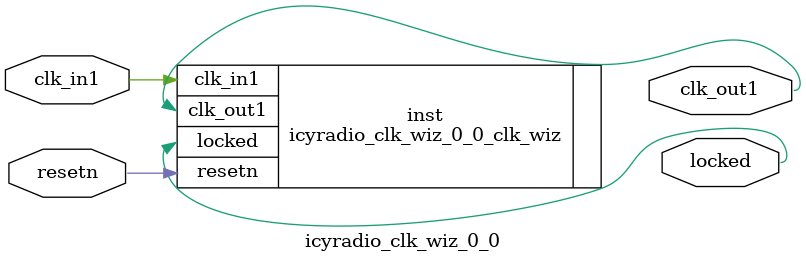
<source format=v>


`timescale 1ps/1ps

(* CORE_GENERATION_INFO = "icyradio_clk_wiz_0_0,clk_wiz_v6_0_8_0_0,{component_name=icyradio_clk_wiz_0_0,use_phase_alignment=true,use_min_o_jitter=false,use_max_i_jitter=false,use_dyn_phase_shift=false,use_inclk_switchover=false,use_dyn_reconfig=false,enable_axi=0,feedback_source=FDBK_AUTO,PRIMITIVE=MMCM,num_out_clk=1,clkin1_period=20.000,clkin2_period=10.0,use_power_down=false,use_reset=true,use_locked=true,use_inclk_stopped=false,feedback_type=SINGLE,CLOCK_MGR_TYPE=NA,manual_override=false}" *)

module icyradio_clk_wiz_0_0 
 (
  // Clock out ports
  output        clk_out1,
  // Status and control signals
  input         resetn,
  output        locked,
 // Clock in ports
  input         clk_in1
 );

  icyradio_clk_wiz_0_0_clk_wiz inst
  (
  // Clock out ports  
  .clk_out1(clk_out1),
  // Status and control signals               
  .resetn(resetn), 
  .locked(locked),
 // Clock in ports
  .clk_in1(clk_in1)
  );

endmodule

</source>
